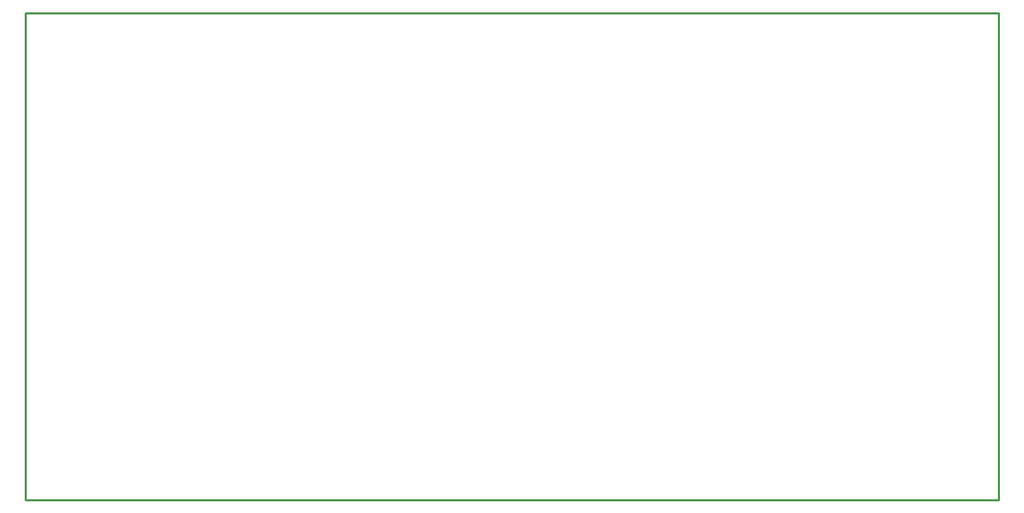
<source format=gbr>
G04 EAGLE Gerber X2 export*
%TF.Part,Single*%
%TF.FileFunction,Profile,NP*%
%TF.FilePolarity,Positive*%
%TF.GenerationSoftware,Autodesk,EAGLE,8.7.1*%
%TF.CreationDate,2018-04-12T23:37:32Z*%
G75*
%MOMM*%
%FSLAX34Y34*%
%LPD*%
%AMOC8*
5,1,8,0,0,1.08239X$1,22.5*%
G01*
%ADD10C,0.254000*%


D10*
X-40000Y-60000D02*
X1160000Y-60000D01*
X1160000Y540000D01*
X-40000Y540000D01*
X-40000Y140000D01*
X-40000Y-60000D01*
M02*

</source>
